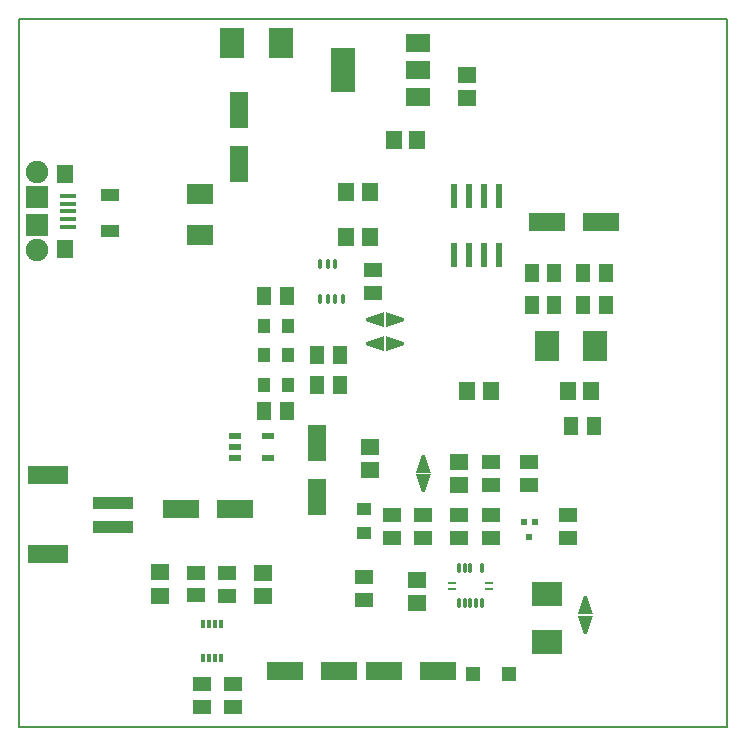
<source format=gtp>
G04 (created by PCBNEW (2013-03-15 BZR 4003)-stable) date 24-Aug-13 4:32:32 PM*
%MOIN*%
G04 Gerber Fmt 3.4, Leading zero omitted, Abs format*
%FSLAX34Y34*%
G01*
G70*
G90*
G04 APERTURE LIST*
%ADD10C,0*%
%ADD11C,0.00590551*%
%ADD12R,0.0531496X0.0610236*%
%ADD13R,0.064X0.12*%
%ADD14R,0.12X0.064*%
%ADD15R,0.0610236X0.0531496*%
%ADD16R,0.0511811X0.0511811*%
%ADD17R,0.0512X0.059*%
%ADD18R,0.059X0.0512*%
%ADD19R,0.0433071X0.023622*%
%ADD20R,0.0787402X0.0984252*%
%ADD21R,0.0874016X0.0688976*%
%ADD22R,0.04X0.05*%
%ADD23R,0.0984252X0.0787402*%
%ADD24R,0.05X0.04*%
%ADD25R,0.0629921X0.0393701*%
%ADD26R,0.1337X0.059*%
%ADD27R,0.1377X0.0392*%
%ADD28R,0.024X0.08*%
%ADD29R,0.054X0.016*%
%ADD30R,0.056X0.063*%
%ADD31R,0.075X0.075*%
%ADD32C,0.075*%
%ADD33O,0.0110236X0.0334646*%
%ADD34R,0.0275591X0.0110236*%
%ADD35O,0.0137795X0.0334646*%
%ADD36R,0.011811X0.0275591*%
%ADD37R,0.019685X0.023622*%
%ADD38R,0.08X0.15*%
%ADD39R,0.08X0.06*%
G04 APERTURE END LIST*
G54D10*
G54D11*
X34547Y-31003D02*
X34547Y-7381D01*
X58169Y-31003D02*
X34547Y-31003D01*
X58169Y-7381D02*
X58169Y-31003D01*
X34547Y-7381D02*
X58169Y-7381D01*
G54D12*
X47834Y-11417D03*
X47047Y-11417D03*
G54D13*
X44488Y-23340D03*
X44488Y-21540D03*
G54D14*
X41746Y-23720D03*
X39946Y-23720D03*
G54D15*
X49212Y-22145D03*
X49212Y-22933D03*
X47834Y-26082D03*
X47834Y-26870D03*
G54D14*
X43430Y-29133D03*
X45230Y-29133D03*
G54D16*
X50885Y-29232D03*
X49704Y-29232D03*
G54D17*
X45256Y-18602D03*
X44506Y-18602D03*
X44506Y-19586D03*
X45256Y-19586D03*
X42735Y-20472D03*
X43485Y-20472D03*
G54D18*
X50295Y-22914D03*
X50295Y-22164D03*
X52854Y-24686D03*
X52854Y-23936D03*
X49212Y-23936D03*
X49212Y-24686D03*
X50295Y-23936D03*
X50295Y-24686D03*
X46988Y-24686D03*
X46988Y-23936D03*
X46062Y-26752D03*
X46062Y-26002D03*
X46358Y-16516D03*
X46358Y-15766D03*
G54D17*
X43485Y-16633D03*
X42735Y-16633D03*
G54D18*
X51574Y-22164D03*
X51574Y-22914D03*
X48011Y-23936D03*
X48011Y-24686D03*
X41496Y-25865D03*
X41496Y-26615D03*
G54D10*
G36*
X53394Y-26638D02*
X53494Y-26638D01*
X53694Y-27238D01*
X53194Y-27238D01*
X53394Y-26638D01*
X53394Y-26638D01*
G37*
G36*
X53194Y-27288D02*
X53694Y-27288D01*
X53494Y-27888D01*
X53394Y-27888D01*
X53194Y-27288D01*
X53194Y-27288D01*
G37*
G36*
X47981Y-21914D02*
X48081Y-21914D01*
X48281Y-22514D01*
X47781Y-22514D01*
X47981Y-21914D01*
X47981Y-21914D01*
G37*
G36*
X47781Y-22564D02*
X48281Y-22564D01*
X48081Y-23164D01*
X47981Y-23164D01*
X47781Y-22564D01*
X47781Y-22564D01*
G37*
G54D19*
X41771Y-21279D03*
X41771Y-22027D03*
X41771Y-21653D03*
X42874Y-22027D03*
X42874Y-21279D03*
G54D14*
X48518Y-29133D03*
X46718Y-29133D03*
G54D12*
X46259Y-13149D03*
X45472Y-13149D03*
X46259Y-14665D03*
X45472Y-14665D03*
G54D13*
X41889Y-10438D03*
X41889Y-12238D03*
G54D15*
X49507Y-9251D03*
X49507Y-10039D03*
X46259Y-21653D03*
X46259Y-22440D03*
G54D12*
X49507Y-19783D03*
X50295Y-19783D03*
G54D14*
X53951Y-14173D03*
X52151Y-14173D03*
G54D15*
X42677Y-25846D03*
X42677Y-26633D03*
X39271Y-25826D03*
X39271Y-26614D03*
G54D12*
X53641Y-19783D03*
X52854Y-19783D03*
G54D20*
X43287Y-8188D03*
X41673Y-8188D03*
G54D21*
X40604Y-13214D03*
X40604Y-14592D03*
G54D22*
X42710Y-19586D03*
X43510Y-19586D03*
X43510Y-18602D03*
X42710Y-18602D03*
G54D23*
X52165Y-26555D03*
X52165Y-28169D03*
G54D24*
X46062Y-24514D03*
X46062Y-23714D03*
G54D22*
X43510Y-17618D03*
X42710Y-17618D03*
G54D20*
X53759Y-18307D03*
X52145Y-18307D03*
G54D25*
X37604Y-14443D03*
X37604Y-13262D03*
G54D26*
X35511Y-22599D03*
G54D27*
X37696Y-23524D03*
X37696Y-24310D03*
G54D26*
X35511Y-25235D03*
G54D28*
X49053Y-13301D03*
X49053Y-15242D03*
X49553Y-13301D03*
X50053Y-13301D03*
X50553Y-13301D03*
X49553Y-15242D03*
X50053Y-15242D03*
X50553Y-15242D03*
G54D18*
X40472Y-25845D03*
X40472Y-26595D03*
X41692Y-30315D03*
X41692Y-29565D03*
X40669Y-30315D03*
X40669Y-29565D03*
G54D17*
X52971Y-20964D03*
X53721Y-20964D03*
X51652Y-16929D03*
X52402Y-16929D03*
X54115Y-15846D03*
X53365Y-15846D03*
X53365Y-16929D03*
X54115Y-16929D03*
X52402Y-15846D03*
X51652Y-15846D03*
G54D10*
G36*
X46126Y-18258D02*
X46126Y-18158D01*
X46726Y-17958D01*
X46726Y-18458D01*
X46126Y-18258D01*
X46126Y-18258D01*
G37*
G36*
X46776Y-18458D02*
X46776Y-17958D01*
X47376Y-18158D01*
X47376Y-18258D01*
X46776Y-18458D01*
X46776Y-18458D01*
G37*
G36*
X46126Y-17471D02*
X46126Y-17371D01*
X46726Y-17171D01*
X46726Y-17671D01*
X46126Y-17471D01*
X46126Y-17471D01*
G37*
G36*
X46776Y-17671D02*
X46776Y-17171D01*
X47376Y-17371D01*
X47376Y-17471D01*
X46776Y-17671D01*
X46776Y-17671D01*
G37*
G54D29*
X36200Y-13799D03*
X36200Y-14055D03*
X36200Y-14311D03*
X36200Y-13543D03*
X36200Y-13287D03*
G54D30*
X36100Y-12549D03*
X36100Y-15049D03*
G54D31*
X35150Y-13324D03*
X35150Y-14274D03*
G54D32*
X35150Y-12499D03*
X35150Y-15099D03*
G54D33*
X50000Y-25698D03*
X49606Y-25698D03*
X49409Y-25698D03*
X49212Y-25698D03*
X49212Y-26860D03*
X49409Y-26860D03*
X49606Y-26860D03*
X49803Y-26860D03*
X50000Y-26860D03*
G54D34*
X49000Y-26181D03*
X49000Y-26377D03*
X50212Y-26181D03*
X50212Y-26377D03*
G54D35*
X45108Y-15561D03*
X44852Y-15561D03*
X44596Y-15561D03*
X44596Y-16722D03*
X44852Y-16722D03*
X45106Y-16722D03*
X45364Y-16722D03*
G54D36*
X41280Y-27551D03*
X41083Y-27551D03*
X40887Y-27551D03*
X40690Y-27551D03*
X40690Y-28693D03*
X40887Y-28693D03*
X41083Y-28693D03*
X41280Y-28693D03*
G54D37*
X51771Y-24153D03*
X51574Y-24665D03*
X51377Y-24153D03*
G54D38*
X45350Y-9100D03*
G54D39*
X47850Y-9100D03*
X47850Y-8200D03*
X47850Y-10000D03*
M02*

</source>
